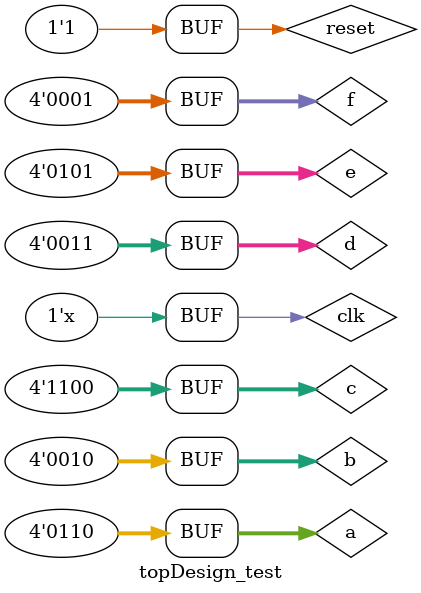
<source format=v>
`timescale 1ns / 1ps


module topDesign_test;

    reg [3:0] a;
    reg [3:0] b;
    reg [3:0] c;
    reg [3:0] d;
    reg [3:0] e;
    reg [3:0] f;
    
    wire [3:0] out;
    reg clk, reset;
    
    reg [23:0] inputs;
    
    top_design test(inputs, clk, reset, out);
    
    always begin 
        #5 clk = ~clk;
    end
    
    initial
    begin
        
        #100
        a = 0;
        b = 0;
        c = 0;
        d = 0;
        e = 0;
        f = 0;
        clk = 0;
        reset = 0;
        
        #150
        a = 6;
        b = 2;
        c = 12;
        d = 3;
        e = 5;
        f = 1;
        
        #200
        reset = 1;
    end
endmodule

</source>
